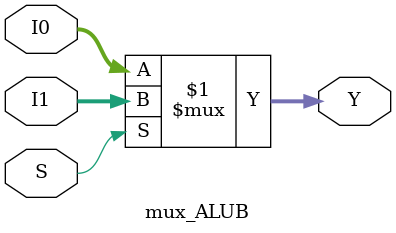
<source format=sv>
module mux_ALUB (
	input [31:0]I0, 
	input [31:0]I1,
   input S,
   output [31:0]Y
);

	assign Y = S ? I1 : I0;

endmodule
</source>
